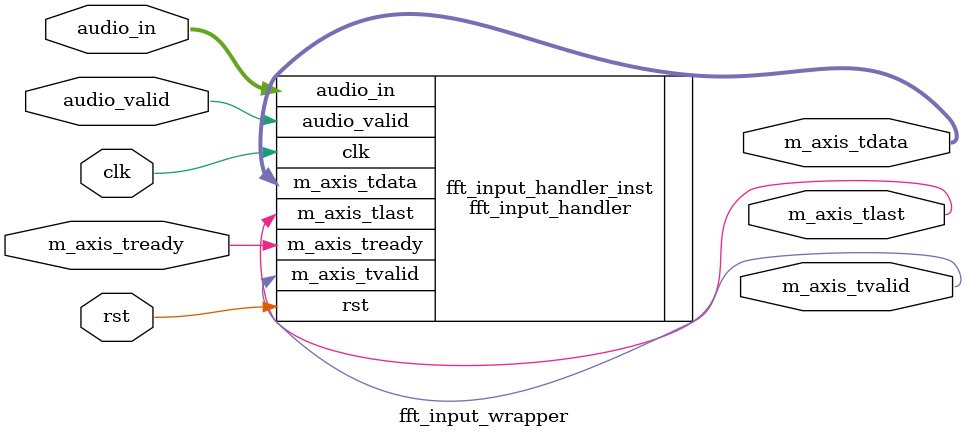
<source format=v>
`timescale 1ns / 1ps

module fft_input_wrapper #(
    parameter INPUT_WIDTH = 32,
    parameter FFT_WIDTH   = 16,
    parameter FFT_SIZE    = 1024
)(
    input  wire                      clk,
    input  wire                      rst,

    input  wire signed [INPUT_WIDTH-1:0] audio_in,
    input  wire                          audio_valid,

    output wire [2*FFT_WIDTH-1:0] m_axis_tdata,
    output wire                   m_axis_tvalid,
    output wire                   m_axis_tlast,
    input  wire                   m_axis_tready
);

    fft_input_handler #(
        .INPUT_WIDTH(INPUT_WIDTH),
        .FFT_WIDTH(FFT_WIDTH),
        .FFT_SIZE(FFT_SIZE)
    ) fft_input_handler_inst (
        .clk(clk),
        .rst(rst),
        .audio_in(audio_in),
        .audio_valid(audio_valid),
        .m_axis_tdata(m_axis_tdata),
        .m_axis_tvalid(m_axis_tvalid),
        .m_axis_tlast(m_axis_tlast),
        .m_axis_tready(m_axis_tready)
    );

endmodule
</source>
